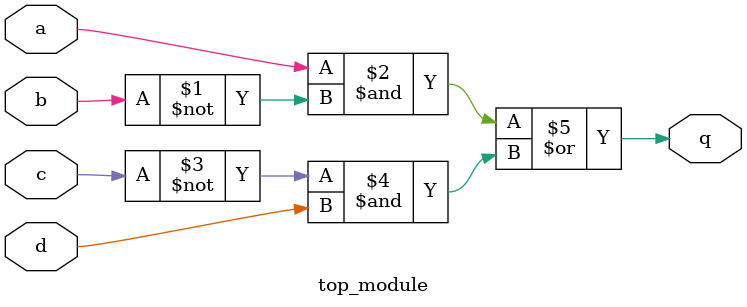
<source format=sv>
module top_module (
  input a,
  input b,
  input c,
  input d,
  output q
);

  assign q = ((a & ~b) | (~c & d));

endmodule

</source>
